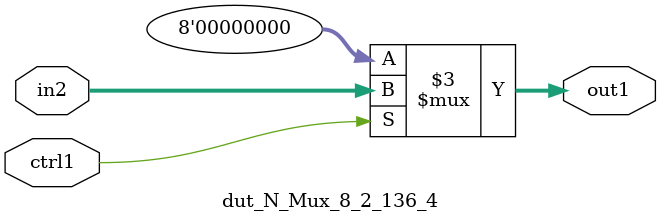
<source format=v>

`timescale 1ps / 1ps


module dut_N_Mux_8_2_136_4( in2, ctrl1, out1 );

    input [7:0] in2;
    input ctrl1;
    output [7:0] out1;
    reg [7:0] out1;

    
    // rtl_process:dut_N_Mux_8_2_136_4/dut_N_Mux_8_2_136_4_thread_1
    always @*
      begin : dut_N_Mux_8_2_136_4_thread_1
        case (ctrl1) 
          1'b1: 
            begin
              out1 = in2;
            end
          default: 
            begin
              out1 = 8'd000;
            end
        endcase
      end

endmodule



</source>
